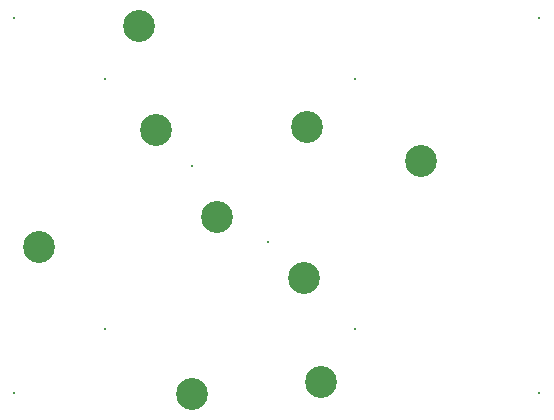
<source format=gts>
G04 Layer_Color=8388736*
%FSLAX25Y25*%
%MOIN*%
G70*
G01*
G75*
%ADD18C,0.00800*%
%ADD19C,0.10642*%
%ADD20C,0.00800*%
D18*
X-157850Y117789D02*
D03*
X-74334D02*
D03*
Y34272D02*
D03*
X-157850D02*
D03*
X-128620Y88558D02*
D03*
X-103565Y63503D02*
D03*
D19*
X-85608Y16595D02*
D03*
X-146575Y135467D02*
D03*
X-120477Y71646D02*
D03*
X-91385Y51324D02*
D03*
X-140799Y100738D02*
D03*
X-90341Y101781D02*
D03*
X-128898Y12697D02*
D03*
X-52480Y90228D02*
D03*
X-179704Y61833D02*
D03*
D20*
X-187963Y13172D02*
D03*
X-12963D02*
D03*
Y138172D02*
D03*
X-187963D02*
D03*
M02*

</source>
